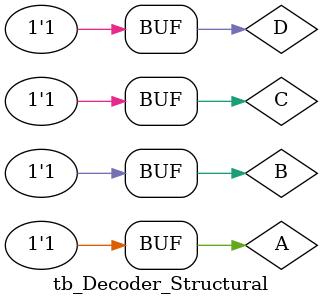
<source format=v>
`timescale 1ns / 1ps

`timescale 1ns / 1ps

module tb_Decoder_Structural;

    //inputs to be defined as registers
    reg A;
    reg B; 
    reg C;
    reg D;
    
    //outputs to be defined as wires
    wire a;
    wire b;
    wire c;
    wire d;
    wire e;
    wire f;
    wire g;
    wire dp;
    wire AN0;
    wire AN1;
    wire AN2;
    wire AN3;
    
    //Initiat the unit under test (UUT)
    SegmentDisplay uut (
        .A(A),
        .B(B),
        .C(C),
        .D(D),
        .a(a),
        .b(b),
        .c(c),
        .d(d),
        .e(e),
        .f(f),
        .g(g),
        .dp(dp),
        .AN0(AN0),
        .AN1(AN1),
        .AN2(AN2),
        .AN3(AN3)
    );
    
    initial begin
    //initialze inputs
    A = 0;
    B = 0;
    C = 0;
    D = 0;
    
    #50; //wait 50 seconds for global reset to finish
    
    //stimulus - all input combinations followed by some wait time to observe the o/p
    
    $display ("TC01");
    if ({a,b,c,d,e,f,g} != 7'b0000001) $display ("Result is wrong");
    A = 0;                                       
    B = 0;                                       
    C = 0;                                       
    D = 1;
    #50                                       
    $display ("TC02");                           
    if ({a,b,c,d,e,f,g} != 7'b1001111) $display ("Result is wrong"); 
    
    A = 0;                                       
    B = 0;                                       
    C = 1;                                       
    D = 0;
    #50                                       
    $display ("TC03");                           
    if ({a,b,c,d,e,f,g} != 7'b0010010) $display ("Result is wrong");
    
    A = 0;                                       
    B = 0;                                       
    C = 1;                                       
    D = 1;
    #50                                       
    $display ("TC04");                           
    if ({a,b,c,d,e,f,g} != 7'b0000110) $display ("Result is wrong");      
    
    A = 0;                                       
    B = 1;                                       
    C = 0;                                       
    D = 0;
    #50                                       
    $display ("TC05");                           
    if ({a,b,c,d,e,f,g} != 7'b1001100) $display ("Result is wrong");     
    
    A = 0;                                       
    B = 1;                                       
    C = 0;                                       
    D = 1;
    #50                                       
    $display ("TC06");                           
    if ({a,b,c,d,e,f,g} != 7'b0100100) $display ("Result is wrong");
    
    A = 0;                                       
    B = 1;                                       
    C = 1;                                       
    D = 0;
    #50                                       
    $display ("TC07");                           
    if ({a,b,c,d,e,f,g} != 7'b1100000) $display ("Result is wrong");
    
    A = 0;                                       
    B = 1;                                       
    C = 1;                                       
    D = 1;
    #50                                       
    $display ("TC08");                           
    if ({a,b,c,d,e,f,g} != 7'b0001111) $display ("Result is wrong");
    
    A = 1;                                       
    B = 0;                                       
    C = 0;                                       
    D = 0;
    #50                                       
    $display ("TC11");                           
    if ({a,b,c,d,e,f,g} != 7'b0000000) $display ("Result is wrong");
    
    A = 1;                                       
    B = 0;                                       
    C = 0;                                       
    D = 1;
    #50                                       
    $display ("TC12");                           
    if ({a,b,c,d,e,f,g} != 7'b0001100) $display ("Result is wrong"); 
    
    A = 1;                                       
    B = 0;                                       
    C = 1;                                       
    D = 0;
    #50                                       
    $display ("TC13");                           
    if ({a,b,c,d,e,f,g} != 7'b1111111) $display ("Result is wrong");
    
    A = 1;                                       
    B = 0;                                       
    C = 1;                                       
    D = 1;
    #50                                       
    $display ("TC14");                           
    if ({a,b,c,d,e,f,g} != 7'b1111111) $display ("Result is wrong");      
    
    A = 1;                                       
    B = 1;                                       
    C = 0;                                       
    D = 0;
    #50                                       
    $display ("TC15");                           
    if ({a,b,c,d,e,f,g} != 7'b1111111) $display ("Result is wrong");     
    
    A = 1;                                       
    B = 1;                                       
    C = 0;                                       
    D = 1;
    #50                                       
    $display ("TC16");                           
    if ({a,b,c,d,e,f,g} != 7'b1111111) $display ("Result is wrong");
    
    A = 1;                                       
    B = 1;                                       
    C = 1;                                       
    D = 0;
    #50                                       
    $display ("TC17");                           
    if ({a,b,c,d,e,f,g} != 7'b1111111) $display ("Result is wrong");
    
    A = 1;                                       
    B = 1;                                       
    C = 1;                                       
    D = 1;
    #50                                       
    $display ("TC18");                           
    if ({a,b,c,d,e,f,g} != 7'b1111111) $display ("Result is wrong");                   
    
    end
    
endmodule

</source>
